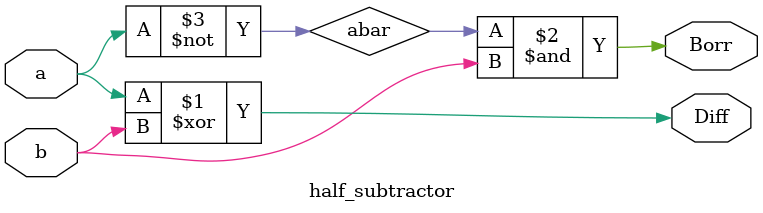
<source format=v>


`timescale 1ns / 1ps

module half_subtractor(
    input a,
    input b,
    output Diff,
    output Borr
);
    wire abar;
    not n1(abar,a);
    xor diff (Diff,a,b);
    and borr (Borr,abar,b);
endmodule

</source>
